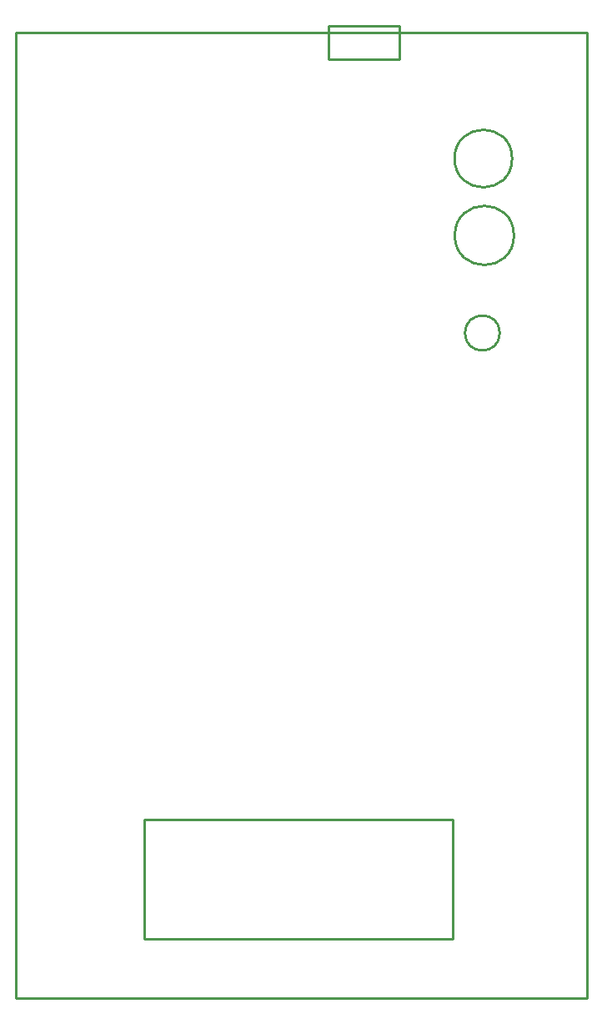
<source format=gbr>
%TF.GenerationSoftware,Altium Limited,Altium Designer,24.8.2 (39)*%
G04 Layer_Color=32768*
%FSLAX45Y45*%
%MOMM*%
%TF.SameCoordinates,3C1D2A93-915C-41E2-9058-5AF3643AF189*%
%TF.FilePolarity,Positive*%
%TF.FileFunction,Other,Mechanical_3*%
%TF.Part,Single*%
G01*
G75*
%TA.AperFunction,NonConductor*%
%ADD10C,0.25400*%
D10*
X4916918Y6750000D02*
G03*
X4916918Y6750000I-176918J0D01*
G01*
X5060000Y7740000D02*
G03*
X5060000Y7740000I-300000J0D01*
G01*
X5042062Y8520000D02*
G03*
X5042062Y8520000I-292062J0D01*
G01*
X1310000Y600000D02*
X4440000D01*
X1310000Y1810000D02*
X4440000D01*
Y600000D02*
Y1810000D01*
X1310000Y600000D02*
Y1810000D01*
X0Y0D02*
X5800000D01*
X0Y9800000D02*
X5800000D01*
Y0D02*
Y9800000D01*
X0Y0D02*
Y9800000D01*
X3180000Y9530000D02*
X3900000D01*
X3180000Y9870000D02*
X3900000D01*
Y9530000D02*
Y9870000D01*
X3180000Y9530000D02*
Y9870000D01*
%TF.MD5,f24c697d9fe850d45e16dec32ca266c4*%
M02*

</source>
